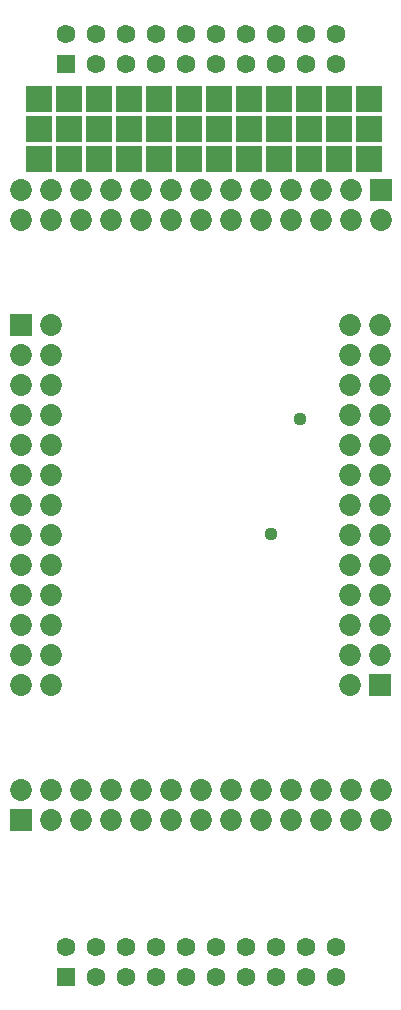
<source format=gbr>
%TF.GenerationSoftware,Altium Limited,Altium Designer,23.4.1 (23)*%
G04 Layer_Color=16711935*
%FSLAX45Y45*%
%MOMM*%
%TF.SameCoordinates,7ABC1050-9991-4EB7-8225-191FA7049C92*%
%TF.FilePolarity,Negative*%
%TF.FileFunction,Soldermask,Bot*%
%TF.Part,Single*%
G01*
G75*
%TA.AperFunction,ComponentPad*%
%ADD31R,1.85320X1.85320*%
%ADD32C,1.85320*%
%ADD33R,1.85320X1.85320*%
%ADD34R,1.59320X1.59320*%
%ADD35C,1.59320*%
%TA.AperFunction,ViaPad*%
%ADD36R,2.20320X2.20320*%
%TA.AperFunction,TestPad*%
%ADD37C,1.12700*%
D31*
X126000Y1833000D02*
D03*
X3175000Y7167000D02*
D03*
D32*
X126000Y2087000D02*
D03*
X380000Y1833000D02*
D03*
Y2087000D02*
D03*
X634000Y1833000D02*
D03*
Y2087000D02*
D03*
X888000Y1833000D02*
D03*
Y2087000D02*
D03*
X1142000Y1833000D02*
D03*
Y2087000D02*
D03*
X1396000Y1833000D02*
D03*
Y2087000D02*
D03*
X1650000Y1833000D02*
D03*
Y2087000D02*
D03*
X1904000Y1833000D02*
D03*
Y2087000D02*
D03*
X2158000Y1833000D02*
D03*
Y2087000D02*
D03*
X2412000Y1833000D02*
D03*
Y2087000D02*
D03*
X2666000Y1833000D02*
D03*
Y2087000D02*
D03*
X2920000Y1833000D02*
D03*
Y2087000D02*
D03*
X3174000Y1833000D02*
D03*
Y2087000D02*
D03*
X127000Y6913000D02*
D03*
Y7167000D02*
D03*
X381000Y6913000D02*
D03*
Y7167000D02*
D03*
X635000Y6913000D02*
D03*
Y7167000D02*
D03*
X889000Y6913000D02*
D03*
Y7167000D02*
D03*
X1143000Y6913000D02*
D03*
Y7167000D02*
D03*
X1397000Y6913000D02*
D03*
Y7167000D02*
D03*
X1651000Y6913000D02*
D03*
Y7167000D02*
D03*
X1905000Y6913000D02*
D03*
Y7167000D02*
D03*
X2159000Y6913000D02*
D03*
Y7167000D02*
D03*
X2413000Y6913000D02*
D03*
Y7167000D02*
D03*
X2667000Y6913000D02*
D03*
Y7167000D02*
D03*
X2921000Y6913000D02*
D03*
Y7167000D02*
D03*
X3175000Y6913000D02*
D03*
X2919000Y2976000D02*
D03*
X3173000Y3230000D02*
D03*
X2919000D02*
D03*
X3173000Y3484000D02*
D03*
X2919000D02*
D03*
X3173000Y3738000D02*
D03*
X2919000D02*
D03*
X3173000Y3992000D02*
D03*
X2919000D02*
D03*
X3173000Y4246000D02*
D03*
X2919000D02*
D03*
X3173000Y4500000D02*
D03*
X2919000D02*
D03*
X3173000Y4754000D02*
D03*
X2919000D02*
D03*
X3173000Y5008000D02*
D03*
X2919000D02*
D03*
X3173000Y5262000D02*
D03*
X2919000D02*
D03*
X3173000Y5516000D02*
D03*
X2919000D02*
D03*
X3173000Y5770000D02*
D03*
X2919000D02*
D03*
X3173000Y6024000D02*
D03*
X2919000D02*
D03*
X381000D02*
D03*
X127000Y5770000D02*
D03*
X381000D02*
D03*
X127000Y5516000D02*
D03*
X381000D02*
D03*
X127000Y5262000D02*
D03*
X381000D02*
D03*
X127000Y5008000D02*
D03*
X381000D02*
D03*
X127000Y4754000D02*
D03*
X381000D02*
D03*
X127000Y4500000D02*
D03*
X381000D02*
D03*
X127000Y4246000D02*
D03*
X381000D02*
D03*
X127000Y3992000D02*
D03*
X381000D02*
D03*
X127000Y3738000D02*
D03*
X381000D02*
D03*
X127000Y3484000D02*
D03*
X381000D02*
D03*
X127000Y3230000D02*
D03*
X381000D02*
D03*
X127000Y2976000D02*
D03*
X381000D02*
D03*
D33*
X3173000D02*
D03*
X127000Y6024000D02*
D03*
D34*
X508000Y508000D02*
D03*
Y8238000D02*
D03*
D35*
Y762000D02*
D03*
X762000Y508000D02*
D03*
Y762000D02*
D03*
X1016000Y508000D02*
D03*
Y762000D02*
D03*
X1270000Y508000D02*
D03*
Y762000D02*
D03*
X1524000Y508000D02*
D03*
Y762000D02*
D03*
X1778000Y508000D02*
D03*
Y762000D02*
D03*
X2032000Y508000D02*
D03*
Y762000D02*
D03*
X2286000Y508000D02*
D03*
Y762000D02*
D03*
X2540000Y508000D02*
D03*
Y762000D02*
D03*
X2794000Y508000D02*
D03*
Y762000D02*
D03*
X508000Y8492000D02*
D03*
X762000Y8238000D02*
D03*
Y8492000D02*
D03*
X1016000Y8238000D02*
D03*
Y8492000D02*
D03*
X1270000Y8238000D02*
D03*
Y8492000D02*
D03*
X1524000Y8238000D02*
D03*
Y8492000D02*
D03*
X1778000Y8238000D02*
D03*
Y8492000D02*
D03*
X2032000Y8238000D02*
D03*
Y8492000D02*
D03*
X2286000Y8238000D02*
D03*
Y8492000D02*
D03*
X2540000Y8238000D02*
D03*
Y8492000D02*
D03*
X2794000Y8238000D02*
D03*
Y8492000D02*
D03*
D36*
X279400Y7429500D02*
D03*
X1041400D02*
D03*
X533400D02*
D03*
X787400D02*
D03*
X1295400D02*
D03*
X2057400D02*
D03*
X1803400D02*
D03*
X1549400D02*
D03*
X3073400D02*
D03*
X2819400D02*
D03*
X2311400D02*
D03*
X2565400D02*
D03*
X2311400Y7937500D02*
D03*
Y7683500D02*
D03*
X2565400D02*
D03*
Y7937500D02*
D03*
X3073400D02*
D03*
Y7683500D02*
D03*
X2819400D02*
D03*
Y7937500D02*
D03*
X1295400D02*
D03*
Y7683500D02*
D03*
X1549400D02*
D03*
Y7937500D02*
D03*
X2057400D02*
D03*
Y7683500D02*
D03*
X1803400D02*
D03*
Y7937500D02*
D03*
X787400D02*
D03*
Y7683500D02*
D03*
X1041400D02*
D03*
Y7937500D02*
D03*
X533400D02*
D03*
Y7683500D02*
D03*
X279400D02*
D03*
Y7937500D02*
D03*
D37*
X2247900Y4254500D02*
D03*
X2489200Y5232400D02*
D03*
%TF.MD5,1cb90cd0c33ba6479c62920b04ca223f*%
M02*

</source>
